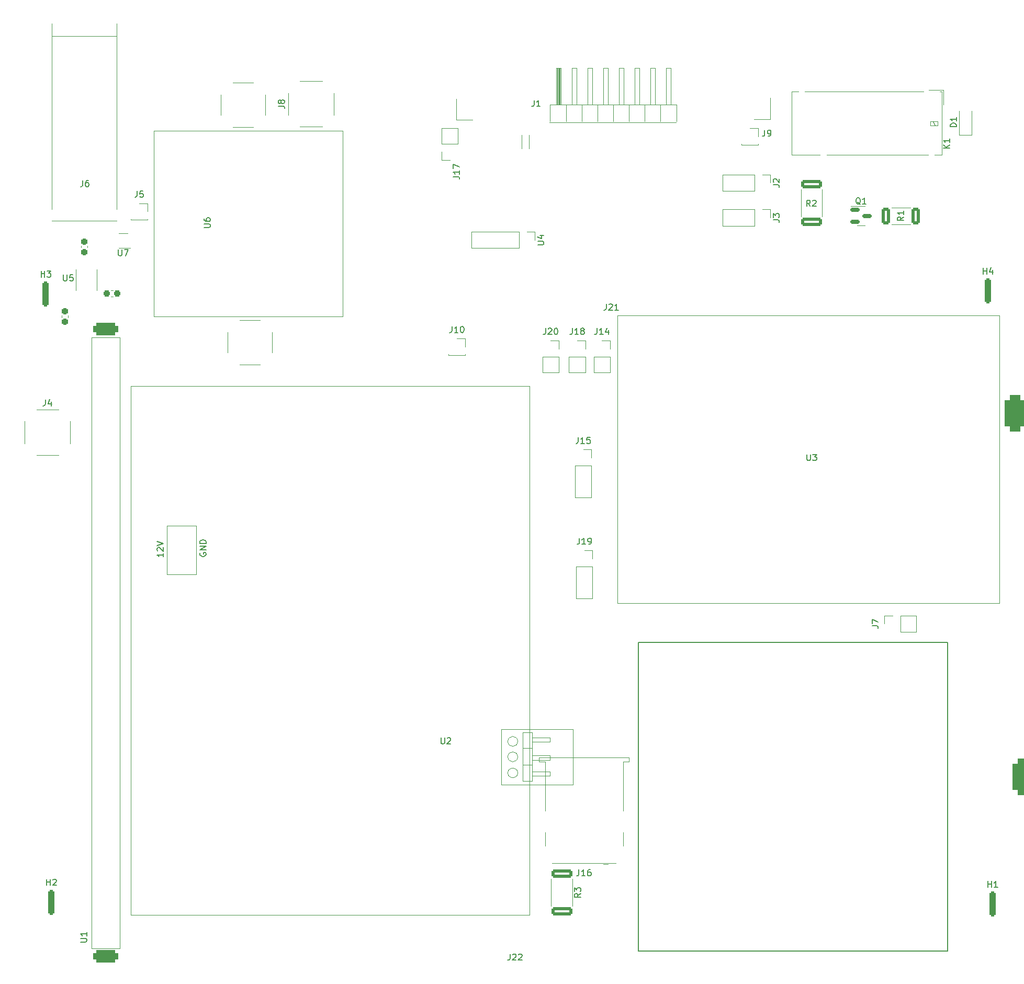
<source format=gto>
G04 #@! TF.GenerationSoftware,KiCad,Pcbnew,(6.0.1)*
G04 #@! TF.CreationDate,2022-05-02T18:59:31-07:00*
G04 #@! TF.ProjectId,Motherboard,4d6f7468-6572-4626-9f61-72642e6b6963,rev?*
G04 #@! TF.SameCoordinates,Original*
G04 #@! TF.FileFunction,Legend,Top*
G04 #@! TF.FilePolarity,Positive*
%FSLAX46Y46*%
G04 Gerber Fmt 4.6, Leading zero omitted, Abs format (unit mm)*
G04 Created by KiCad (PCBNEW (6.0.1)) date 2022-05-02 18:59:31*
%MOMM*%
%LPD*%
G01*
G04 APERTURE LIST*
G04 Aperture macros list*
%AMRoundRect*
0 Rectangle with rounded corners*
0 $1 Rounding radius*
0 $2 $3 $4 $5 $6 $7 $8 $9 X,Y pos of 4 corners*
0 Add a 4 corners polygon primitive as box body*
4,1,4,$2,$3,$4,$5,$6,$7,$8,$9,$2,$3,0*
0 Add four circle primitives for the rounded corners*
1,1,$1+$1,$2,$3*
1,1,$1+$1,$4,$5*
1,1,$1+$1,$6,$7*
1,1,$1+$1,$8,$9*
0 Add four rect primitives between the rounded corners*
20,1,$1+$1,$2,$3,$4,$5,0*
20,1,$1+$1,$4,$5,$6,$7,0*
20,1,$1+$1,$6,$7,$8,$9,0*
20,1,$1+$1,$8,$9,$2,$3,0*%
G04 Aperture macros list end*
%ADD10C,0.150000*%
%ADD11C,0.120000*%
%ADD12C,0.100000*%
%ADD13C,1.524000*%
%ADD14C,3.000000*%
%ADD15R,1.524000X1.524000*%
%ADD16C,2.500000*%
%ADD17RoundRect,0.850000X-0.850000X-2.150000X0.850000X-2.150000X0.850000X2.150000X-0.850000X2.150000X0*%
%ADD18C,3.300000*%
%ADD19C,3.100000*%
%ADD20RoundRect,0.850000X0.850000X2.150000X-0.850000X2.150000X-0.850000X-2.150000X0.850000X-2.150000X0*%
%ADD21R,1.700000X1.700000*%
%ADD22O,1.700000X1.700000*%
%ADD23C,7.000000*%
%ADD24C,2.050000*%
%ADD25C,2.250000*%
%ADD26R,2.500000X2.500000*%
%ADD27O,2.500000X2.500000*%
%ADD28RoundRect,0.237500X-0.300000X-0.237500X0.300000X-0.237500X0.300000X0.237500X-0.300000X0.237500X0*%
%ADD29RoundRect,0.500000X1.500000X-0.500000X1.500000X0.500000X-1.500000X0.500000X-1.500000X-0.500000X0*%
%ADD30O,7.000000X3.500000*%
%ADD31O,7.300000X3.500000*%
%ADD32C,4.500000*%
%ADD33RoundRect,0.250000X-0.250000X-1.750000X0.250000X-1.750000X0.250000X1.750000X-0.250000X1.750000X0*%
%ADD34RoundRect,0.237500X-0.237500X0.300000X-0.237500X-0.300000X0.237500X-0.300000X0.237500X0.300000X0*%
%ADD35R,1.500000X1.500000*%
%ADD36C,1.500000*%
%ADD37C,3.500000*%
%ADD38RoundRect,0.249999X-1.425001X0.450001X-1.425001X-0.450001X1.425001X-0.450001X1.425001X0.450001X0*%
%ADD39R,1.100000X1.100000*%
%ADD40RoundRect,0.249999X0.450001X1.075001X-0.450001X1.075001X-0.450001X-1.075001X0.450001X-1.075001X0*%
%ADD41R,0.431800X1.346200*%
%ADD42R,2.413000X1.778000*%
%ADD43R,1.500000X0.400000*%
%ADD44R,2.000000X2.500000*%
%ADD45RoundRect,0.150000X-0.587500X-0.150000X0.587500X-0.150000X0.587500X0.150000X-0.587500X0.150000X0*%
G04 APERTURE END LIST*
D10*
X230000000Y-153100000D02*
X280000000Y-153100000D01*
X280000000Y-153100000D02*
X280000000Y-203100000D01*
X280000000Y-203100000D02*
X230000000Y-203100000D01*
X230000000Y-203100000D02*
X230000000Y-153100000D01*
X257233095Y-122707380D02*
X257233095Y-123516904D01*
X257280714Y-123612142D01*
X257328333Y-123659761D01*
X257423571Y-123707380D01*
X257614047Y-123707380D01*
X257709285Y-123659761D01*
X257756904Y-123612142D01*
X257804523Y-123516904D01*
X257804523Y-122707380D01*
X258185476Y-122707380D02*
X258804523Y-122707380D01*
X258471190Y-123088333D01*
X258614047Y-123088333D01*
X258709285Y-123135952D01*
X258756904Y-123183571D01*
X258804523Y-123278809D01*
X258804523Y-123516904D01*
X258756904Y-123612142D01*
X258709285Y-123659761D01*
X258614047Y-123707380D01*
X258328333Y-123707380D01*
X258233095Y-123659761D01*
X258185476Y-123612142D01*
X198038095Y-168552380D02*
X198038095Y-169361904D01*
X198085714Y-169457142D01*
X198133333Y-169504761D01*
X198228571Y-169552380D01*
X198419047Y-169552380D01*
X198514285Y-169504761D01*
X198561904Y-169457142D01*
X198609523Y-169361904D01*
X198609523Y-168552380D01*
X199038095Y-168647619D02*
X199085714Y-168600000D01*
X199180952Y-168552380D01*
X199419047Y-168552380D01*
X199514285Y-168600000D01*
X199561904Y-168647619D01*
X199609523Y-168742857D01*
X199609523Y-168838095D01*
X199561904Y-168980952D01*
X198990476Y-169552380D01*
X199609523Y-169552380D01*
X159060000Y-138641904D02*
X159012380Y-138737142D01*
X159012380Y-138880000D01*
X159060000Y-139022857D01*
X159155238Y-139118095D01*
X159250476Y-139165714D01*
X159440952Y-139213333D01*
X159583809Y-139213333D01*
X159774285Y-139165714D01*
X159869523Y-139118095D01*
X159964761Y-139022857D01*
X160012380Y-138880000D01*
X160012380Y-138784761D01*
X159964761Y-138641904D01*
X159917142Y-138594285D01*
X159583809Y-138594285D01*
X159583809Y-138784761D01*
X160012380Y-138165714D02*
X159012380Y-138165714D01*
X160012380Y-137594285D01*
X159012380Y-137594285D01*
X160012380Y-137118095D02*
X159012380Y-137118095D01*
X159012380Y-136880000D01*
X159060000Y-136737142D01*
X159155238Y-136641904D01*
X159250476Y-136594285D01*
X159440952Y-136546666D01*
X159583809Y-136546666D01*
X159774285Y-136594285D01*
X159869523Y-136641904D01*
X159964761Y-136737142D01*
X160012380Y-136880000D01*
X160012380Y-137118095D01*
X153102380Y-138709047D02*
X153102380Y-139280476D01*
X153102380Y-138994761D02*
X152102380Y-138994761D01*
X152245238Y-139090000D01*
X152340476Y-139185238D01*
X152388095Y-139280476D01*
X152197619Y-138328095D02*
X152150000Y-138280476D01*
X152102380Y-138185238D01*
X152102380Y-137947142D01*
X152150000Y-137851904D01*
X152197619Y-137804285D01*
X152292857Y-137756666D01*
X152388095Y-137756666D01*
X152530952Y-137804285D01*
X153102380Y-138375714D01*
X153102380Y-137756666D01*
X152102380Y-137470952D02*
X153102380Y-137137619D01*
X152102380Y-136804285D01*
X224785476Y-98352380D02*
X224785476Y-99066666D01*
X224737857Y-99209523D01*
X224642619Y-99304761D01*
X224499761Y-99352380D01*
X224404523Y-99352380D01*
X225214047Y-98447619D02*
X225261666Y-98400000D01*
X225356904Y-98352380D01*
X225595000Y-98352380D01*
X225690238Y-98400000D01*
X225737857Y-98447619D01*
X225785476Y-98542857D01*
X225785476Y-98638095D01*
X225737857Y-98780952D01*
X225166428Y-99352380D01*
X225785476Y-99352380D01*
X226737857Y-99352380D02*
X226166428Y-99352380D01*
X226452142Y-99352380D02*
X226452142Y-98352380D01*
X226356904Y-98495238D01*
X226261666Y-98590476D01*
X226166428Y-98638095D01*
X209190476Y-203552380D02*
X209190476Y-204266666D01*
X209142857Y-204409523D01*
X209047619Y-204504761D01*
X208904761Y-204552380D01*
X208809523Y-204552380D01*
X209619047Y-203647619D02*
X209666666Y-203600000D01*
X209761904Y-203552380D01*
X210000000Y-203552380D01*
X210095238Y-203600000D01*
X210142857Y-203647619D01*
X210190476Y-203742857D01*
X210190476Y-203838095D01*
X210142857Y-203980952D01*
X209571428Y-204552380D01*
X210190476Y-204552380D01*
X210571428Y-203647619D02*
X210619047Y-203600000D01*
X210714285Y-203552380D01*
X210952380Y-203552380D01*
X211047619Y-203600000D01*
X211095238Y-203647619D01*
X211142857Y-203742857D01*
X211142857Y-203838095D01*
X211095238Y-203980952D01*
X210523809Y-204552380D01*
X211142857Y-204552380D01*
X213096666Y-65379880D02*
X213096666Y-66094166D01*
X213049047Y-66237023D01*
X212953809Y-66332261D01*
X212810952Y-66379880D01*
X212715714Y-66379880D01*
X214096666Y-66379880D02*
X213525238Y-66379880D01*
X213810952Y-66379880D02*
X213810952Y-65379880D01*
X213715714Y-65522738D01*
X213620476Y-65617976D01*
X213525238Y-65665595D01*
X199790476Y-101982380D02*
X199790476Y-102696666D01*
X199742857Y-102839523D01*
X199647619Y-102934761D01*
X199504761Y-102982380D01*
X199409523Y-102982380D01*
X200790476Y-102982380D02*
X200219047Y-102982380D01*
X200504761Y-102982380D02*
X200504761Y-101982380D01*
X200409523Y-102125238D01*
X200314285Y-102220476D01*
X200219047Y-102268095D01*
X201409523Y-101982380D02*
X201504761Y-101982380D01*
X201600000Y-102030000D01*
X201647619Y-102077619D01*
X201695238Y-102172857D01*
X201742857Y-102363333D01*
X201742857Y-102601428D01*
X201695238Y-102791904D01*
X201647619Y-102887142D01*
X201600000Y-102934761D01*
X201504761Y-102982380D01*
X201409523Y-102982380D01*
X201314285Y-102934761D01*
X201266666Y-102887142D01*
X201219047Y-102791904D01*
X201171428Y-102601428D01*
X201171428Y-102363333D01*
X201219047Y-102172857D01*
X201266666Y-102077619D01*
X201314285Y-102030000D01*
X201409523Y-101982380D01*
X171702380Y-66333333D02*
X172416666Y-66333333D01*
X172559523Y-66380952D01*
X172654761Y-66476190D01*
X172702380Y-66619047D01*
X172702380Y-66714285D01*
X172130952Y-65714285D02*
X172083333Y-65809523D01*
X172035714Y-65857142D01*
X171940476Y-65904761D01*
X171892857Y-65904761D01*
X171797619Y-65857142D01*
X171750000Y-65809523D01*
X171702380Y-65714285D01*
X171702380Y-65523809D01*
X171750000Y-65428571D01*
X171797619Y-65380952D01*
X171892857Y-65333333D01*
X171940476Y-65333333D01*
X172035714Y-65380952D01*
X172083333Y-65428571D01*
X172130952Y-65523809D01*
X172130952Y-65714285D01*
X172178571Y-65809523D01*
X172226190Y-65857142D01*
X172321428Y-65904761D01*
X172511904Y-65904761D01*
X172607142Y-65857142D01*
X172654761Y-65809523D01*
X172702380Y-65714285D01*
X172702380Y-65523809D01*
X172654761Y-65428571D01*
X172607142Y-65380952D01*
X172511904Y-65333333D01*
X172321428Y-65333333D01*
X172226190Y-65380952D01*
X172178571Y-65428571D01*
X172130952Y-65523809D01*
X280319880Y-73160595D02*
X279319880Y-73160595D01*
X280319880Y-72589166D02*
X279748452Y-73017738D01*
X279319880Y-72589166D02*
X279891309Y-73160595D01*
X280319880Y-71636785D02*
X280319880Y-72208214D01*
X280319880Y-71922500D02*
X279319880Y-71922500D01*
X279462738Y-72017738D01*
X279557976Y-72112976D01*
X279605595Y-72208214D01*
X223265476Y-102282380D02*
X223265476Y-102996666D01*
X223217857Y-103139523D01*
X223122619Y-103234761D01*
X222979761Y-103282380D01*
X222884523Y-103282380D01*
X224265476Y-103282380D02*
X223694047Y-103282380D01*
X223979761Y-103282380D02*
X223979761Y-102282380D01*
X223884523Y-102425238D01*
X223789285Y-102520476D01*
X223694047Y-102568095D01*
X225122619Y-102615714D02*
X225122619Y-103282380D01*
X224884523Y-102234761D02*
X224646428Y-102949047D01*
X225265476Y-102949047D01*
X139707380Y-201611904D02*
X140516904Y-201611904D01*
X140612142Y-201564285D01*
X140659761Y-201516666D01*
X140707380Y-201421428D01*
X140707380Y-201230952D01*
X140659761Y-201135714D01*
X140612142Y-201088095D01*
X140516904Y-201040476D01*
X139707380Y-201040476D01*
X140707380Y-200040476D02*
X140707380Y-200611904D01*
X140707380Y-200326190D02*
X139707380Y-200326190D01*
X139850238Y-200421428D01*
X139945476Y-200516666D01*
X139993095Y-200611904D01*
X140066666Y-78352380D02*
X140066666Y-79066666D01*
X140019047Y-79209523D01*
X139923809Y-79304761D01*
X139780952Y-79352380D01*
X139685714Y-79352380D01*
X140971428Y-78352380D02*
X140780952Y-78352380D01*
X140685714Y-78400000D01*
X140638095Y-78447619D01*
X140542857Y-78590476D01*
X140495238Y-78780952D01*
X140495238Y-79161904D01*
X140542857Y-79257142D01*
X140590476Y-79304761D01*
X140685714Y-79352380D01*
X140876190Y-79352380D01*
X140971428Y-79304761D01*
X141019047Y-79257142D01*
X141066666Y-79161904D01*
X141066666Y-78923809D01*
X141019047Y-78828571D01*
X140971428Y-78780952D01*
X140876190Y-78733333D01*
X140685714Y-78733333D01*
X140590476Y-78780952D01*
X140542857Y-78828571D01*
X140495238Y-78923809D01*
X134032666Y-113828380D02*
X134032666Y-114542666D01*
X133985047Y-114685523D01*
X133889809Y-114780761D01*
X133746952Y-114828380D01*
X133651714Y-114828380D01*
X134937428Y-114161714D02*
X134937428Y-114828380D01*
X134699333Y-113780761D02*
X134461238Y-114495047D01*
X135080285Y-114495047D01*
X220240476Y-119932380D02*
X220240476Y-120646666D01*
X220192857Y-120789523D01*
X220097619Y-120884761D01*
X219954761Y-120932380D01*
X219859523Y-120932380D01*
X221240476Y-120932380D02*
X220669047Y-120932380D01*
X220954761Y-120932380D02*
X220954761Y-119932380D01*
X220859523Y-120075238D01*
X220764285Y-120170476D01*
X220669047Y-120218095D01*
X222145238Y-119932380D02*
X221669047Y-119932380D01*
X221621428Y-120408571D01*
X221669047Y-120360952D01*
X221764285Y-120313333D01*
X222002380Y-120313333D01*
X222097619Y-120360952D01*
X222145238Y-120408571D01*
X222192857Y-120503809D01*
X222192857Y-120741904D01*
X222145238Y-120837142D01*
X222097619Y-120884761D01*
X222002380Y-120932380D01*
X221764285Y-120932380D01*
X221669047Y-120884761D01*
X221621428Y-120837142D01*
X214965476Y-102282380D02*
X214965476Y-102996666D01*
X214917857Y-103139523D01*
X214822619Y-103234761D01*
X214679761Y-103282380D01*
X214584523Y-103282380D01*
X215394047Y-102377619D02*
X215441666Y-102330000D01*
X215536904Y-102282380D01*
X215775000Y-102282380D01*
X215870238Y-102330000D01*
X215917857Y-102377619D01*
X215965476Y-102472857D01*
X215965476Y-102568095D01*
X215917857Y-102710952D01*
X215346428Y-103282380D01*
X215965476Y-103282380D01*
X216584523Y-102282380D02*
X216679761Y-102282380D01*
X216775000Y-102330000D01*
X216822619Y-102377619D01*
X216870238Y-102472857D01*
X216917857Y-102663333D01*
X216917857Y-102901428D01*
X216870238Y-103091904D01*
X216822619Y-103187142D01*
X216775000Y-103234761D01*
X216679761Y-103282380D01*
X216584523Y-103282380D01*
X216489285Y-103234761D01*
X216441666Y-103187142D01*
X216394047Y-103091904D01*
X216346428Y-102901428D01*
X216346428Y-102663333D01*
X216394047Y-102472857D01*
X216441666Y-102377619D01*
X216489285Y-102330000D01*
X216584523Y-102282380D01*
X251782380Y-79083333D02*
X252496666Y-79083333D01*
X252639523Y-79130952D01*
X252734761Y-79226190D01*
X252782380Y-79369047D01*
X252782380Y-79464285D01*
X251877619Y-78654761D02*
X251830000Y-78607142D01*
X251782380Y-78511904D01*
X251782380Y-78273809D01*
X251830000Y-78178571D01*
X251877619Y-78130952D01*
X251972857Y-78083333D01*
X252068095Y-78083333D01*
X252210952Y-78130952D01*
X252782380Y-78702380D01*
X252782380Y-78083333D01*
X286538095Y-192752380D02*
X286538095Y-191752380D01*
X286538095Y-192228571D02*
X287109523Y-192228571D01*
X287109523Y-192752380D02*
X287109523Y-191752380D01*
X288109523Y-192752380D02*
X287538095Y-192752380D01*
X287823809Y-192752380D02*
X287823809Y-191752380D01*
X287728571Y-191895238D01*
X287633333Y-191990476D01*
X287538095Y-192038095D01*
X250416666Y-70202380D02*
X250416666Y-70916666D01*
X250369047Y-71059523D01*
X250273809Y-71154761D01*
X250130952Y-71202380D01*
X250035714Y-71202380D01*
X250940476Y-71202380D02*
X251130952Y-71202380D01*
X251226190Y-71154761D01*
X251273809Y-71107142D01*
X251369047Y-70964285D01*
X251416666Y-70773809D01*
X251416666Y-70392857D01*
X251369047Y-70297619D01*
X251321428Y-70250000D01*
X251226190Y-70202380D01*
X251035714Y-70202380D01*
X250940476Y-70250000D01*
X250892857Y-70297619D01*
X250845238Y-70392857D01*
X250845238Y-70630952D01*
X250892857Y-70726190D01*
X250940476Y-70773809D01*
X251035714Y-70821428D01*
X251226190Y-70821428D01*
X251321428Y-70773809D01*
X251369047Y-70726190D01*
X251416666Y-70630952D01*
X220360476Y-189902380D02*
X220360476Y-190616666D01*
X220312857Y-190759523D01*
X220217619Y-190854761D01*
X220074761Y-190902380D01*
X219979523Y-190902380D01*
X221360476Y-190902380D02*
X220789047Y-190902380D01*
X221074761Y-190902380D02*
X221074761Y-189902380D01*
X220979523Y-190045238D01*
X220884285Y-190140476D01*
X220789047Y-190188095D01*
X222217619Y-189902380D02*
X222027142Y-189902380D01*
X221931904Y-189950000D01*
X221884285Y-189997619D01*
X221789047Y-190140476D01*
X221741428Y-190330952D01*
X221741428Y-190711904D01*
X221789047Y-190807142D01*
X221836666Y-190854761D01*
X221931904Y-190902380D01*
X222122380Y-190902380D01*
X222217619Y-190854761D01*
X222265238Y-190807142D01*
X222312857Y-190711904D01*
X222312857Y-190473809D01*
X222265238Y-190378571D01*
X222217619Y-190330952D01*
X222122380Y-190283333D01*
X221931904Y-190283333D01*
X221836666Y-190330952D01*
X221789047Y-190378571D01*
X221741428Y-190473809D01*
X148866666Y-80082380D02*
X148866666Y-80796666D01*
X148819047Y-80939523D01*
X148723809Y-81034761D01*
X148580952Y-81082380D01*
X148485714Y-81082380D01*
X149819047Y-80082380D02*
X149342857Y-80082380D01*
X149295238Y-80558571D01*
X149342857Y-80510952D01*
X149438095Y-80463333D01*
X149676190Y-80463333D01*
X149771428Y-80510952D01*
X149819047Y-80558571D01*
X149866666Y-80653809D01*
X149866666Y-80891904D01*
X149819047Y-80987142D01*
X149771428Y-81034761D01*
X149676190Y-81082380D01*
X149438095Y-81082380D01*
X149342857Y-81034761D01*
X149295238Y-80987142D01*
X257783333Y-82552380D02*
X257450000Y-82076190D01*
X257211904Y-82552380D02*
X257211904Y-81552380D01*
X257592857Y-81552380D01*
X257688095Y-81600000D01*
X257735714Y-81647619D01*
X257783333Y-81742857D01*
X257783333Y-81885714D01*
X257735714Y-81980952D01*
X257688095Y-82028571D01*
X257592857Y-82076190D01*
X257211904Y-82076190D01*
X258164285Y-81647619D02*
X258211904Y-81600000D01*
X258307142Y-81552380D01*
X258545238Y-81552380D01*
X258640476Y-81600000D01*
X258688095Y-81647619D01*
X258735714Y-81742857D01*
X258735714Y-81838095D01*
X258688095Y-81980952D01*
X258116666Y-82552380D01*
X258735714Y-82552380D01*
X134238095Y-192452380D02*
X134238095Y-191452380D01*
X134238095Y-191928571D02*
X134809523Y-191928571D01*
X134809523Y-192452380D02*
X134809523Y-191452380D01*
X135238095Y-191547619D02*
X135285714Y-191500000D01*
X135380952Y-191452380D01*
X135619047Y-191452380D01*
X135714285Y-191500000D01*
X135761904Y-191547619D01*
X135809523Y-191642857D01*
X135809523Y-191738095D01*
X135761904Y-191880952D01*
X135190476Y-192452380D01*
X135809523Y-192452380D01*
X219265476Y-102282380D02*
X219265476Y-102996666D01*
X219217857Y-103139523D01*
X219122619Y-103234761D01*
X218979761Y-103282380D01*
X218884523Y-103282380D01*
X220265476Y-103282380D02*
X219694047Y-103282380D01*
X219979761Y-103282380D02*
X219979761Y-102282380D01*
X219884523Y-102425238D01*
X219789285Y-102520476D01*
X219694047Y-102568095D01*
X220836904Y-102710952D02*
X220741666Y-102663333D01*
X220694047Y-102615714D01*
X220646428Y-102520476D01*
X220646428Y-102472857D01*
X220694047Y-102377619D01*
X220741666Y-102330000D01*
X220836904Y-102282380D01*
X221027380Y-102282380D01*
X221122619Y-102330000D01*
X221170238Y-102377619D01*
X221217857Y-102472857D01*
X221217857Y-102520476D01*
X221170238Y-102615714D01*
X221122619Y-102663333D01*
X221027380Y-102710952D01*
X220836904Y-102710952D01*
X220741666Y-102758571D01*
X220694047Y-102806190D01*
X220646428Y-102901428D01*
X220646428Y-103091904D01*
X220694047Y-103187142D01*
X220741666Y-103234761D01*
X220836904Y-103282380D01*
X221027380Y-103282380D01*
X221122619Y-103234761D01*
X221170238Y-103187142D01*
X221217857Y-103091904D01*
X221217857Y-102901428D01*
X221170238Y-102806190D01*
X221122619Y-102758571D01*
X221027380Y-102710952D01*
X220642380Y-193786666D02*
X220166190Y-194120000D01*
X220642380Y-194358095D02*
X219642380Y-194358095D01*
X219642380Y-193977142D01*
X219690000Y-193881904D01*
X219737619Y-193834285D01*
X219832857Y-193786666D01*
X219975714Y-193786666D01*
X220070952Y-193834285D01*
X220118571Y-193881904D01*
X220166190Y-193977142D01*
X220166190Y-194358095D01*
X219642380Y-193453333D02*
X219642380Y-192834285D01*
X220023333Y-193167619D01*
X220023333Y-193024761D01*
X220070952Y-192929523D01*
X220118571Y-192881904D01*
X220213809Y-192834285D01*
X220451904Y-192834285D01*
X220547142Y-192881904D01*
X220594761Y-192929523D01*
X220642380Y-193024761D01*
X220642380Y-193310476D01*
X220594761Y-193405714D01*
X220547142Y-193453333D01*
X281447380Y-69665095D02*
X280447380Y-69665095D01*
X280447380Y-69427000D01*
X280495000Y-69284142D01*
X280590238Y-69188904D01*
X280685476Y-69141285D01*
X280875952Y-69093666D01*
X281018809Y-69093666D01*
X281209285Y-69141285D01*
X281304523Y-69188904D01*
X281399761Y-69284142D01*
X281447380Y-69427000D01*
X281447380Y-69665095D01*
X281447380Y-68141285D02*
X281447380Y-68712714D01*
X281447380Y-68427000D02*
X280447380Y-68427000D01*
X280590238Y-68522238D01*
X280685476Y-68617476D01*
X280733095Y-68712714D01*
X220415476Y-136257380D02*
X220415476Y-136971666D01*
X220367857Y-137114523D01*
X220272619Y-137209761D01*
X220129761Y-137257380D01*
X220034523Y-137257380D01*
X221415476Y-137257380D02*
X220844047Y-137257380D01*
X221129761Y-137257380D02*
X221129761Y-136257380D01*
X221034523Y-136400238D01*
X220939285Y-136495476D01*
X220844047Y-136543095D01*
X221891666Y-137257380D02*
X222082142Y-137257380D01*
X222177380Y-137209761D01*
X222225000Y-137162142D01*
X222320238Y-137019285D01*
X222367857Y-136828809D01*
X222367857Y-136447857D01*
X222320238Y-136352619D01*
X222272619Y-136305000D01*
X222177380Y-136257380D01*
X221986904Y-136257380D01*
X221891666Y-136305000D01*
X221844047Y-136352619D01*
X221796428Y-136447857D01*
X221796428Y-136685952D01*
X221844047Y-136781190D01*
X221891666Y-136828809D01*
X221986904Y-136876428D01*
X222177380Y-136876428D01*
X222272619Y-136828809D01*
X222320238Y-136781190D01*
X222367857Y-136685952D01*
X251782380Y-84733333D02*
X252496666Y-84733333D01*
X252639523Y-84780952D01*
X252734761Y-84876190D01*
X252782380Y-85019047D01*
X252782380Y-85114285D01*
X251782380Y-84352380D02*
X251782380Y-83733333D01*
X252163333Y-84066666D01*
X252163333Y-83923809D01*
X252210952Y-83828571D01*
X252258571Y-83780952D01*
X252353809Y-83733333D01*
X252591904Y-83733333D01*
X252687142Y-83780952D01*
X252734761Y-83828571D01*
X252782380Y-83923809D01*
X252782380Y-84209523D01*
X252734761Y-84304761D01*
X252687142Y-84352380D01*
X272902380Y-84266666D02*
X272426190Y-84600000D01*
X272902380Y-84838095D02*
X271902380Y-84838095D01*
X271902380Y-84457142D01*
X271950000Y-84361904D01*
X271997619Y-84314285D01*
X272092857Y-84266666D01*
X272235714Y-84266666D01*
X272330952Y-84314285D01*
X272378571Y-84361904D01*
X272426190Y-84457142D01*
X272426190Y-84838095D01*
X272902380Y-83314285D02*
X272902380Y-83885714D01*
X272902380Y-83600000D02*
X271902380Y-83600000D01*
X272045238Y-83695238D01*
X272140476Y-83790476D01*
X272188095Y-83885714D01*
X136944095Y-93631595D02*
X136944095Y-94441119D01*
X136991714Y-94536357D01*
X137039333Y-94583976D01*
X137134571Y-94631595D01*
X137325047Y-94631595D01*
X137420285Y-94583976D01*
X137467904Y-94536357D01*
X137515523Y-94441119D01*
X137515523Y-93631595D01*
X138467904Y-93631595D02*
X137991714Y-93631595D01*
X137944095Y-94107786D01*
X137991714Y-94060167D01*
X138086952Y-94012548D01*
X138325047Y-94012548D01*
X138420285Y-94060167D01*
X138467904Y-94107786D01*
X138515523Y-94203024D01*
X138515523Y-94441119D01*
X138467904Y-94536357D01*
X138420285Y-94583976D01*
X138325047Y-94631595D01*
X138086952Y-94631595D01*
X137991714Y-94583976D01*
X137944095Y-94536357D01*
X285788095Y-93502380D02*
X285788095Y-92502380D01*
X285788095Y-92978571D02*
X286359523Y-92978571D01*
X286359523Y-93502380D02*
X286359523Y-92502380D01*
X287264285Y-92835714D02*
X287264285Y-93502380D01*
X287026190Y-92454761D02*
X286788095Y-93169047D01*
X287407142Y-93169047D01*
X213682380Y-88761904D02*
X214491904Y-88761904D01*
X214587142Y-88714285D01*
X214634761Y-88666666D01*
X214682380Y-88571428D01*
X214682380Y-88380952D01*
X214634761Y-88285714D01*
X214587142Y-88238095D01*
X214491904Y-88190476D01*
X213682380Y-88190476D01*
X214015714Y-87285714D02*
X214682380Y-87285714D01*
X213634761Y-87523809D02*
X214349047Y-87761904D01*
X214349047Y-87142857D01*
X145838095Y-89552380D02*
X145838095Y-90361904D01*
X145885714Y-90457142D01*
X145933333Y-90504761D01*
X146028571Y-90552380D01*
X146219047Y-90552380D01*
X146314285Y-90504761D01*
X146361904Y-90457142D01*
X146409523Y-90361904D01*
X146409523Y-89552380D01*
X146790476Y-89552380D02*
X147457142Y-89552380D01*
X147028571Y-90552380D01*
X133338095Y-94002380D02*
X133338095Y-93002380D01*
X133338095Y-93478571D02*
X133909523Y-93478571D01*
X133909523Y-94002380D02*
X133909523Y-93002380D01*
X134290476Y-93002380D02*
X134909523Y-93002380D01*
X134576190Y-93383333D01*
X134719047Y-93383333D01*
X134814285Y-93430952D01*
X134861904Y-93478571D01*
X134909523Y-93573809D01*
X134909523Y-93811904D01*
X134861904Y-93907142D01*
X134814285Y-93954761D01*
X134719047Y-94002380D01*
X134433333Y-94002380D01*
X134338095Y-93954761D01*
X134290476Y-93907142D01*
X200027380Y-77759523D02*
X200741666Y-77759523D01*
X200884523Y-77807142D01*
X200979761Y-77902380D01*
X201027380Y-78045238D01*
X201027380Y-78140476D01*
X201027380Y-76759523D02*
X201027380Y-77330952D01*
X201027380Y-77045238D02*
X200027380Y-77045238D01*
X200170238Y-77140476D01*
X200265476Y-77235714D01*
X200313095Y-77330952D01*
X200027380Y-76426190D02*
X200027380Y-75759523D01*
X201027380Y-76188095D01*
X267782380Y-150458333D02*
X268496666Y-150458333D01*
X268639523Y-150505952D01*
X268734761Y-150601190D01*
X268782380Y-150744047D01*
X268782380Y-150839285D01*
X267782380Y-150077380D02*
X267782380Y-149410714D01*
X268782380Y-149839285D01*
X159684380Y-85990904D02*
X160493904Y-85990904D01*
X160589142Y-85943285D01*
X160636761Y-85895666D01*
X160684380Y-85800428D01*
X160684380Y-85609952D01*
X160636761Y-85514714D01*
X160589142Y-85467095D01*
X160493904Y-85419476D01*
X159684380Y-85419476D01*
X159684380Y-84514714D02*
X159684380Y-84705190D01*
X159732000Y-84800428D01*
X159779619Y-84848047D01*
X159922476Y-84943285D01*
X160112952Y-84990904D01*
X160493904Y-84990904D01*
X160589142Y-84943285D01*
X160636761Y-84895666D01*
X160684380Y-84800428D01*
X160684380Y-84609952D01*
X160636761Y-84514714D01*
X160589142Y-84467095D01*
X160493904Y-84419476D01*
X160255809Y-84419476D01*
X160160571Y-84467095D01*
X160112952Y-84514714D01*
X160065333Y-84609952D01*
X160065333Y-84800428D01*
X160112952Y-84895666D01*
X160160571Y-84943285D01*
X160255809Y-84990904D01*
X265904761Y-82247619D02*
X265809523Y-82200000D01*
X265714285Y-82104761D01*
X265571428Y-81961904D01*
X265476190Y-81914285D01*
X265380952Y-81914285D01*
X265428571Y-82152380D02*
X265333333Y-82104761D01*
X265238095Y-82009523D01*
X265190476Y-81819047D01*
X265190476Y-81485714D01*
X265238095Y-81295238D01*
X265333333Y-81200000D01*
X265428571Y-81152380D01*
X265619047Y-81152380D01*
X265714285Y-81200000D01*
X265809523Y-81295238D01*
X265857142Y-81485714D01*
X265857142Y-81819047D01*
X265809523Y-82009523D01*
X265714285Y-82104761D01*
X265619047Y-82152380D01*
X265428571Y-82152380D01*
X266809523Y-82152380D02*
X266238095Y-82152380D01*
X266523809Y-82152380D02*
X266523809Y-81152380D01*
X266428571Y-81295238D01*
X266333333Y-81390476D01*
X266238095Y-81438095D01*
D11*
X226595000Y-146755000D02*
X288395000Y-146755000D01*
X288395000Y-146755000D02*
X288395000Y-100255000D01*
X288395000Y-100255000D02*
X226595000Y-100255000D01*
X226595000Y-100255000D02*
X226595000Y-146755000D01*
X212750000Y-174005000D02*
X215650000Y-174005000D01*
D12*
X212750000Y-175555000D02*
X211250000Y-175555000D01*
D11*
X212750000Y-171455000D02*
X215650000Y-171455000D01*
X215650000Y-174705000D02*
X215650000Y-174005000D01*
D12*
X211250000Y-167655000D02*
X212750000Y-167655000D01*
D11*
X211250000Y-170255000D02*
X212750000Y-170255000D01*
X211250000Y-172955000D02*
X212750000Y-172955000D01*
D12*
X211250000Y-175555000D02*
X211250000Y-167655000D01*
X212750000Y-167655000D02*
X212750000Y-175555000D01*
D11*
X212750000Y-174705000D02*
X215650000Y-174705000D01*
X212750000Y-172155000D02*
X215650000Y-172155000D01*
X215650000Y-169255000D02*
X215650000Y-168555000D01*
X215650000Y-172155000D02*
X215650000Y-171455000D01*
X212750000Y-168555000D02*
X215650000Y-168555000D01*
X212750000Y-169255000D02*
X215650000Y-169255000D01*
X153650000Y-142155000D02*
X158450000Y-142155000D01*
X158450000Y-142155000D02*
X158450000Y-134255000D01*
X158450000Y-134255000D02*
X153650000Y-134255000D01*
X153650000Y-134255000D02*
X153650000Y-142155000D01*
X147850000Y-197255000D02*
X212350000Y-197255000D01*
X212350000Y-197255000D02*
X212350000Y-111655000D01*
X212350000Y-111655000D02*
X147850000Y-111655000D01*
X147850000Y-111655000D02*
X147850000Y-197255000D01*
X219350000Y-176155000D02*
X207750000Y-176155000D01*
X207750000Y-176155000D02*
X207750000Y-167155000D01*
X207750000Y-167155000D02*
X219350000Y-167155000D01*
X219350000Y-167155000D02*
X219350000Y-176155000D01*
X210450000Y-174255000D02*
G75*
G03*
X210450000Y-174255000I-800000J0D01*
G01*
X210450000Y-171655000D02*
G75*
G03*
X210450000Y-171655000I-800000J0D01*
G01*
X210450000Y-169155000D02*
G75*
G03*
X210450000Y-169155000I-800000J0D01*
G01*
X224270000Y-66127500D02*
X224270000Y-60127500D01*
X225920000Y-68787500D02*
X225920000Y-66127500D01*
X219190000Y-66127500D02*
X219190000Y-60127500D01*
X217410000Y-60127500D02*
X217410000Y-66127500D01*
X231000000Y-68787500D02*
X231000000Y-66127500D01*
X233540000Y-68787500D02*
X233540000Y-66127500D01*
X234430000Y-60127500D02*
X235190000Y-60127500D01*
X236140000Y-68787500D02*
X236140000Y-66127500D01*
X200500000Y-68587500D02*
X203100000Y-68587500D01*
X216950000Y-66127500D02*
X216950000Y-60127500D01*
X226810000Y-60127500D02*
X227570000Y-60127500D01*
X229350000Y-60127500D02*
X230110000Y-60127500D01*
X200500000Y-65187500D02*
X200500000Y-68587500D01*
X217190000Y-66127500D02*
X217190000Y-60127500D01*
X217070000Y-66127500D02*
X217070000Y-60127500D01*
X215615000Y-68937500D02*
X236055000Y-68937500D01*
X229350000Y-66127500D02*
X229350000Y-60127500D01*
X219950000Y-60127500D02*
X219950000Y-66127500D01*
X231890000Y-66127500D02*
X231890000Y-60127500D01*
X220840000Y-68787500D02*
X220840000Y-66127500D01*
X224270000Y-60127500D02*
X225030000Y-60127500D01*
X251300000Y-68487500D02*
X248700000Y-68487500D01*
X236140000Y-66127500D02*
X215700000Y-66127500D01*
X215700000Y-66127500D02*
X215700000Y-68787500D01*
X228460000Y-68787500D02*
X228460000Y-66127500D01*
X231890000Y-60127500D02*
X232650000Y-60127500D01*
X219190000Y-60127500D02*
X219950000Y-60127500D01*
X216650000Y-66127500D02*
X216650000Y-60127500D01*
X216830000Y-66127500D02*
X216830000Y-60127500D01*
X221730000Y-66127500D02*
X221730000Y-60127500D01*
X211100000Y-73187500D02*
X211100000Y-71037500D01*
X227570000Y-60127500D02*
X227570000Y-66127500D01*
X222490000Y-60127500D02*
X222490000Y-66127500D01*
X235190000Y-60127500D02*
X235190000Y-66127500D01*
X223380000Y-68787500D02*
X223380000Y-66127500D01*
X212300000Y-73187500D02*
X212300000Y-70987500D01*
X217310000Y-66127500D02*
X217310000Y-60127500D01*
X226810000Y-66127500D02*
X226810000Y-60127500D01*
X216710000Y-66127500D02*
X216710000Y-60127500D01*
X221730000Y-60127500D02*
X222490000Y-60127500D01*
X216650000Y-60127500D02*
X217410000Y-60127500D01*
X225030000Y-60127500D02*
X225030000Y-66127500D01*
X251300000Y-64987500D02*
X251300000Y-68487500D01*
X232650000Y-60127500D02*
X232650000Y-66127500D01*
X234430000Y-66127500D02*
X234430000Y-60127500D01*
X230110000Y-60127500D02*
X230110000Y-66127500D01*
X218300000Y-68787500D02*
X218300000Y-66127500D01*
X201930000Y-106510000D02*
X201930000Y-106630000D01*
X200600000Y-103970000D02*
X201930000Y-103970000D01*
X199270000Y-106630000D02*
X201930000Y-106630000D01*
X201930000Y-103970000D02*
X201930000Y-105300000D01*
X199270000Y-106510000D02*
X199270000Y-106630000D01*
X175200000Y-69680000D02*
X178800000Y-69680000D01*
X175200000Y-62320000D02*
X178800000Y-62320000D01*
X173320000Y-67800000D02*
X173320000Y-64200000D01*
X180680000Y-67800000D02*
X180680000Y-64200000D01*
X276097500Y-63942500D02*
X256917500Y-63942500D01*
X279307500Y-63692500D02*
X279307500Y-66092500D01*
X279057500Y-74242500D02*
X277917500Y-74242500D01*
X254757500Y-74242500D02*
X254757500Y-63942500D01*
X254757500Y-63942500D02*
X255897500Y-63942500D01*
X277207500Y-69492500D02*
X278407500Y-69492500D01*
X259357500Y-74232500D02*
X254757500Y-74242500D01*
X277207500Y-68792500D02*
X277207500Y-69492500D01*
X276967500Y-63692500D02*
X279307500Y-63692500D01*
X279057500Y-74242500D02*
X279057500Y-63942500D01*
X279057500Y-63942500D02*
X278717500Y-63942500D01*
X277607500Y-68792500D02*
X278007500Y-69492500D01*
X276897500Y-74242500D02*
X260417500Y-74242500D01*
X278407500Y-69492500D02*
X278407500Y-68792500D01*
X278407500Y-68792500D02*
X277207500Y-68792500D01*
X144653733Y-97173454D02*
X144946267Y-97173454D01*
X144653733Y-96153454D02*
X144946267Y-96153454D01*
X225405000Y-104270000D02*
X225405000Y-105600000D01*
X222745000Y-109470000D02*
X225405000Y-109470000D01*
X222745000Y-106870000D02*
X225405000Y-106870000D01*
X222745000Y-106870000D02*
X222745000Y-109470000D01*
X225405000Y-106870000D02*
X225405000Y-109470000D01*
X224075000Y-104270000D02*
X225405000Y-104270000D01*
X146055000Y-202650000D02*
X141455000Y-202650000D01*
X141455000Y-202650000D02*
X141455000Y-103750000D01*
X141455000Y-103750000D02*
X146055000Y-103750000D01*
X146055000Y-103750000D02*
X146055000Y-202650000D01*
X135067500Y-83000000D02*
X135067500Y-53000000D01*
X145567500Y-53000000D02*
X145567500Y-83000000D01*
X145567500Y-84887500D02*
X135067500Y-84912500D01*
X145567500Y-55000000D02*
X135067500Y-55000000D01*
X138046000Y-117326000D02*
X138046000Y-120926000D01*
X130686000Y-117326000D02*
X130686000Y-120926000D01*
X132566000Y-115446000D02*
X136166000Y-115446000D01*
X132566000Y-122806000D02*
X136166000Y-122806000D01*
X222380000Y-121920000D02*
X222380000Y-123250000D01*
X219720000Y-124520000D02*
X219720000Y-129660000D01*
X222380000Y-124520000D02*
X222380000Y-129660000D01*
X221050000Y-121920000D02*
X222380000Y-121920000D01*
X219720000Y-124520000D02*
X222380000Y-124520000D01*
X219720000Y-129660000D02*
X222380000Y-129660000D01*
X214445000Y-106870000D02*
X214445000Y-109470000D01*
X214445000Y-109470000D02*
X217105000Y-109470000D01*
X217105000Y-104270000D02*
X217105000Y-105600000D01*
X214445000Y-106870000D02*
X217105000Y-106870000D01*
X215775000Y-104270000D02*
X217105000Y-104270000D01*
X217105000Y-106870000D02*
X217105000Y-109470000D01*
X248730000Y-77420000D02*
X248730000Y-80080000D01*
X250000000Y-77420000D02*
X251330000Y-77420000D01*
X243590000Y-77420000D02*
X243590000Y-80080000D01*
X248730000Y-77420000D02*
X243590000Y-77420000D01*
X248730000Y-80080000D02*
X243590000Y-80080000D01*
X251330000Y-77420000D02*
X251330000Y-78750000D01*
X249330000Y-72460000D02*
X249330000Y-72580000D01*
X249330000Y-69920000D02*
X249330000Y-71250000D01*
X248000000Y-69920000D02*
X249330000Y-69920000D01*
X246670000Y-72580000D02*
X249330000Y-72580000D01*
X246670000Y-72460000D02*
X246670000Y-72580000D01*
X139790000Y-88953733D02*
X139790000Y-89246267D01*
X140810000Y-88953733D02*
X140810000Y-89246267D01*
X227480000Y-183870000D02*
X227480000Y-186050000D01*
X228480000Y-172400000D02*
X227480000Y-172400000D01*
X214860000Y-183870000D02*
X214860000Y-186050000D01*
X213860000Y-171780000D02*
X228480000Y-171780000D01*
X214860000Y-172400000D02*
X213860000Y-172400000D01*
X224270000Y-189050000D02*
X225070000Y-189050000D01*
X228480000Y-171780000D02*
X228480000Y-172400000D01*
X213860000Y-172400000D02*
X213860000Y-171780000D01*
X227480000Y-172400000D02*
X227480000Y-180370000D01*
X226360000Y-188900000D02*
X215980000Y-188900000D01*
X214860000Y-180370000D02*
X214860000Y-172400000D01*
X150530000Y-84610000D02*
X150530000Y-84730000D01*
X149200000Y-82070000D02*
X150530000Y-82070000D01*
X147870000Y-84610000D02*
X147870000Y-84730000D01*
X147870000Y-84730000D02*
X150530000Y-84730000D01*
X150530000Y-82070000D02*
X150530000Y-83400000D01*
X256290000Y-79822936D02*
X256290000Y-84177064D01*
X259710000Y-79822936D02*
X259710000Y-84177064D01*
X220075000Y-104270000D02*
X221405000Y-104270000D01*
X221405000Y-104270000D02*
X221405000Y-105600000D01*
X218745000Y-109470000D02*
X221405000Y-109470000D01*
X218745000Y-106870000D02*
X218745000Y-109470000D01*
X221405000Y-106870000D02*
X221405000Y-109470000D01*
X218745000Y-106870000D02*
X221405000Y-106870000D01*
X136690000Y-100253733D02*
X136690000Y-100546267D01*
X137710000Y-100253733D02*
X137710000Y-100546267D01*
X219280000Y-191442936D02*
X219280000Y-195797064D01*
X215860000Y-191442936D02*
X215860000Y-195797064D01*
X281900000Y-71000000D02*
X281900000Y-67150000D01*
X281900000Y-71000000D02*
X283900000Y-71000000D01*
X283900000Y-71000000D02*
X283900000Y-67150000D01*
X222555000Y-140845000D02*
X222555000Y-145985000D01*
X219895000Y-140845000D02*
X222555000Y-140845000D01*
X221225000Y-138245000D02*
X222555000Y-138245000D01*
X222555000Y-138245000D02*
X222555000Y-139575000D01*
X219895000Y-145985000D02*
X222555000Y-145985000D01*
X219895000Y-140845000D02*
X219895000Y-145985000D01*
X251330000Y-83070000D02*
X251330000Y-84400000D01*
X248730000Y-83070000D02*
X243590000Y-83070000D01*
X248730000Y-85730000D02*
X243590000Y-85730000D01*
X248730000Y-83070000D02*
X248730000Y-85730000D01*
X250000000Y-83070000D02*
X251330000Y-83070000D01*
X243590000Y-83070000D02*
X243590000Y-85730000D01*
X273977064Y-82740000D02*
X270922936Y-82740000D01*
X273977064Y-85460000D02*
X270922936Y-85460000D01*
X142323900Y-96112950D02*
X142323900Y-92760150D01*
X138971100Y-92760150D02*
X138971100Y-96112950D01*
X210630000Y-86670000D02*
X210630000Y-89330000D01*
X210630000Y-86670000D02*
X202950000Y-86670000D01*
X210630000Y-89330000D02*
X202950000Y-89330000D01*
X211900000Y-86670000D02*
X213230000Y-86670000D01*
X213230000Y-86670000D02*
X213230000Y-88000000D01*
X202950000Y-86670000D02*
X202950000Y-89330000D01*
X147300000Y-86940000D02*
X145900000Y-86940000D01*
X145900000Y-89260000D02*
X147800000Y-89260000D01*
X198145000Y-75080000D02*
X198145000Y-73750000D01*
X200805000Y-69880000D02*
X198145000Y-69880000D01*
X200805000Y-72480000D02*
X200805000Y-69880000D01*
X198145000Y-72480000D02*
X198145000Y-69880000D01*
X200805000Y-72480000D02*
X198145000Y-72480000D01*
X199475000Y-75080000D02*
X198145000Y-75080000D01*
X274970000Y-151455000D02*
X274970000Y-148795000D01*
X272370000Y-151455000D02*
X272370000Y-148795000D01*
X269770000Y-148795000D02*
X271100000Y-148795000D01*
X269770000Y-150125000D02*
X269770000Y-148795000D01*
X272370000Y-148795000D02*
X274970000Y-148795000D01*
X272370000Y-151455000D02*
X274970000Y-151455000D01*
X163522000Y-102899000D02*
X163522000Y-106219000D01*
X164372000Y-62519000D02*
X167692000Y-62519000D01*
X165472000Y-108169000D02*
X168792000Y-108169000D01*
X169642000Y-64469000D02*
X169642000Y-67789000D01*
X170742000Y-102899000D02*
X170742000Y-106219000D01*
X165472000Y-100949000D02*
X168792000Y-100949000D01*
X162422000Y-64469000D02*
X162422000Y-67789000D01*
X164372000Y-69739000D02*
X167692000Y-69739000D01*
X151532000Y-100359000D02*
X182132000Y-100359000D01*
X182132000Y-100359000D02*
X182132000Y-70359000D01*
X182132000Y-70359000D02*
X151532000Y-70359000D01*
X151532000Y-70359000D02*
X151532000Y-100359000D01*
X266000000Y-85660000D02*
X266650000Y-85660000D01*
X266000000Y-82540000D02*
X264325000Y-82540000D01*
X266000000Y-82540000D02*
X266650000Y-82540000D01*
X266000000Y-85660000D02*
X265350000Y-85660000D01*
%LPC*%
D13*
X234745000Y-117755000D03*
X234745000Y-120355000D03*
X268495000Y-143955000D03*
X284845000Y-124705000D03*
X234745000Y-122855000D03*
X271095000Y-143955000D03*
X273595000Y-143955000D03*
X284845000Y-127205000D03*
D14*
X152650000Y-117355000D03*
X207550000Y-117355000D03*
X151350000Y-162955000D03*
X207550000Y-191855000D03*
D13*
X154750000Y-138255000D03*
X154750000Y-140855000D03*
X154750000Y-135755000D03*
X157350000Y-138255000D03*
D15*
X157350000Y-140855000D03*
D13*
X157350000Y-135755000D03*
X190110000Y-114055000D03*
D15*
X187410000Y-114055000D03*
D13*
X198710000Y-114055000D03*
D15*
X196010000Y-114055000D03*
D16*
X127895000Y-99950000D03*
D17*
X290895000Y-116050000D03*
D16*
X293395000Y-103250000D03*
X238395000Y-98050000D03*
X127895000Y-103350000D03*
X241495000Y-98063948D03*
D18*
X127895000Y-107450000D03*
D16*
X293395000Y-100050000D03*
D19*
X294700000Y-197550000D03*
D16*
X129000000Y-188350000D03*
D20*
X292200000Y-174850000D03*
D16*
X210900000Y-200350000D03*
X129100000Y-185250000D03*
D18*
X206600000Y-200350000D03*
X129000000Y-192650000D03*
D16*
X214204026Y-200350000D03*
D19*
X294700000Y-193350000D03*
X294700000Y-190150000D03*
D21*
X211700000Y-74167500D03*
D22*
X211700000Y-70287500D03*
X215250000Y-74237500D03*
X215150000Y-70287500D03*
X218700000Y-74337500D03*
X218750000Y-70287500D03*
X224200000Y-70337500D03*
X227700000Y-70387500D03*
X233200000Y-74137500D03*
X233200000Y-70237500D03*
X236700000Y-74137500D03*
X236700000Y-70237500D03*
X240200000Y-74187500D03*
X240200000Y-70237500D03*
D23*
X247450000Y-64637500D03*
X204400000Y-64687500D03*
D21*
X200600000Y-105300000D03*
D24*
X177000000Y-66000000D03*
D25*
X174460000Y-63460000D03*
X179540000Y-63460000D03*
X179540000Y-68540000D03*
X174460000Y-68540000D03*
D26*
X277407500Y-65342500D03*
D27*
X256407500Y-65342500D03*
X259907500Y-72842500D03*
X277407500Y-72842500D03*
D28*
X143937500Y-96663454D03*
X145662500Y-96663454D03*
D21*
X224075000Y-105600000D03*
D22*
X224075000Y-108140000D03*
D29*
X143755000Y-102450000D03*
X143755000Y-203950000D03*
D13*
X144455000Y-136680000D03*
X144455000Y-139280000D03*
X144455000Y-134180000D03*
X144455000Y-177450000D03*
X144455000Y-180150000D03*
D30*
X140567500Y-82800000D03*
D31*
X140367500Y-53000000D03*
D32*
X140667500Y-74000000D03*
D24*
X134366000Y-119126000D03*
D25*
X131826000Y-116586000D03*
X136906000Y-116586000D03*
X131826000Y-121666000D03*
X136906000Y-121666000D03*
D21*
X221050000Y-123250000D03*
D22*
X221050000Y-125790000D03*
X221050000Y-128330000D03*
D21*
X215775000Y-105600000D03*
D22*
X215775000Y-108140000D03*
D21*
X250000000Y-78750000D03*
D22*
X247460000Y-78750000D03*
X244920000Y-78750000D03*
D33*
X287250000Y-195500000D03*
D21*
X248000000Y-71250000D03*
D34*
X140300000Y-88237500D03*
X140300000Y-89962500D03*
D35*
X224670000Y-187450000D03*
D36*
X222170000Y-187450000D03*
X220170000Y-187450000D03*
X217670000Y-187450000D03*
X224670000Y-184830000D03*
X222170000Y-184830000D03*
X220170000Y-184830000D03*
X217670000Y-184830000D03*
D14*
X214600000Y-182120000D03*
X214600000Y-187800000D03*
X227740000Y-187800000D03*
X227740000Y-182120000D03*
D21*
X149200000Y-83400000D03*
D37*
X276300000Y-156800000D03*
D38*
X258000000Y-78950000D03*
X258000000Y-85050000D03*
D33*
X134950000Y-195200000D03*
D21*
X220075000Y-105600000D03*
D22*
X220075000Y-108140000D03*
D34*
X137200000Y-99537500D03*
X137200000Y-101262500D03*
D38*
X217570000Y-190570000D03*
X217570000Y-196670000D03*
D39*
X282900000Y-70200000D03*
X282900000Y-67400000D03*
D21*
X221225000Y-139575000D03*
D22*
X221225000Y-142115000D03*
X221225000Y-144655000D03*
D21*
X250000000Y-84400000D03*
D22*
X247460000Y-84400000D03*
X244920000Y-84400000D03*
D40*
X274850000Y-84100000D03*
X270050000Y-84100000D03*
D41*
X141622860Y-92214050D03*
X140972620Y-92214050D03*
X140322380Y-92214050D03*
X139672140Y-92214050D03*
X139672140Y-96659050D03*
X140322380Y-96659050D03*
X140972620Y-96659050D03*
X141622860Y-96659050D03*
D42*
X140647500Y-94436550D03*
D33*
X286500000Y-96250000D03*
D37*
X276300000Y-199400000D03*
D21*
X211900000Y-88000000D03*
D22*
X209360000Y-88000000D03*
X206820000Y-88000000D03*
X204280000Y-88000000D03*
D43*
X147930000Y-88750000D03*
X147930000Y-88100000D03*
X147930000Y-87450000D03*
X145270000Y-87450000D03*
X145270000Y-88100000D03*
X145270000Y-88750000D03*
D33*
X134050000Y-96750000D03*
D21*
X199475000Y-73750000D03*
D22*
X199475000Y-71210000D03*
D37*
X233700000Y-156800000D03*
D21*
X271100000Y-150125000D03*
D22*
X273640000Y-150125000D03*
D16*
X178732000Y-97729000D03*
X153332000Y-73129000D03*
X178732000Y-73029000D03*
X153332000Y-97729000D03*
D44*
X178832000Y-86429000D03*
D16*
X178832000Y-82629000D03*
D24*
X166032000Y-66129000D03*
D25*
X163492000Y-68669000D03*
X163492000Y-63589000D03*
X168572000Y-63589000D03*
X168572000Y-68669000D03*
D24*
X167132000Y-104559000D03*
D25*
X169672000Y-102019000D03*
X169672000Y-107099000D03*
X164592000Y-102019000D03*
X164592000Y-107099000D03*
D37*
X233700000Y-199400000D03*
D45*
X265062500Y-83150000D03*
X265062500Y-85050000D03*
X266937500Y-84100000D03*
M02*

</source>
